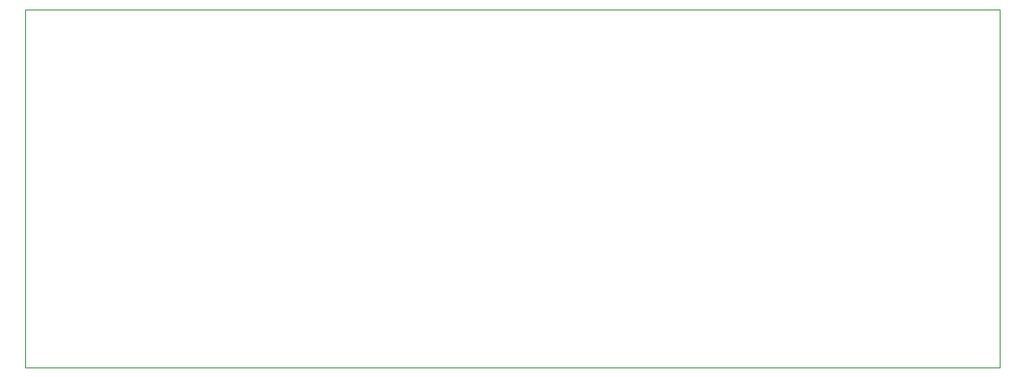
<source format=gbr>
%TF.GenerationSoftware,KiCad,Pcbnew,5.1.8-5.fc33*%
%TF.CreationDate,2020-12-26T13:36:50+00:00*%
%TF.ProjectId,breakout,62726561-6b6f-4757-942e-6b696361645f,rev?*%
%TF.SameCoordinates,Original*%
%TF.FileFunction,Profile,NP*%
%FSLAX46Y46*%
G04 Gerber Fmt 4.6, Leading zero omitted, Abs format (unit mm)*
G04 Created by KiCad (PCBNEW 5.1.8-5.fc33) date 2020-12-26 13:36:50*
%MOMM*%
%LPD*%
G01*
G04 APERTURE LIST*
%TA.AperFunction,Profile*%
%ADD10C,0.100000*%
%TD*%
G04 APERTURE END LIST*
D10*
X190000000Y-140000000D02*
X95000000Y-140000000D01*
X95000000Y-140000000D02*
X95000000Y-105000000D01*
X95000000Y-105000000D02*
X190000000Y-105000000D01*
X190000000Y-105000000D02*
X190000000Y-140000000D01*
M02*

</source>
